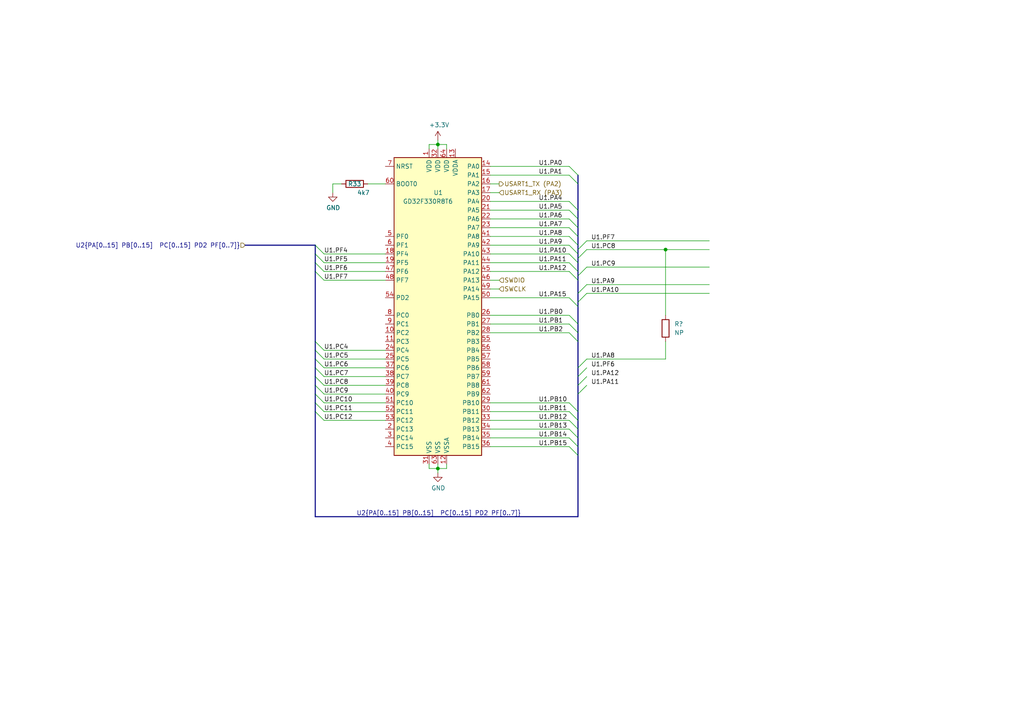
<source format=kicad_sch>
(kicad_sch (version 20231120) (generator "eeschema") (generator_version "8.0")
  (paper "A4")
  (title_block (title "YardForce SA/SC 10Buttons 12LEDs CoverUI") (date "2023-10-20") (rev "0.1") (comment 1 "(c) Apehaenger") (comment 2 "For https://openmower.de") (comment 3 "RM-ECOW-V1.0.0 2018.06.05 with STM32F030R8T6"))
  (lib_symbols
    (symbol "Device:R" (pin_numbers hide) (pin_names (offset 0))
      (property "Reference" "R" (at 2.032 0 90))
      (property "Value" "R" (at 0 0 90))
      (symbol "R_0_1"
        (rectangle (start -1.016 -2.54) (end 1.016 2.54) (stroke (width 0.254)))
      )
      (symbol "R_1_1"
        (pin passive line (at 0 3.81 270) (length 1.27) (name "~") (number "1"))
        (pin passive line (at 0 -3.81 90) (length 1.27) (name "~") (number "2"))
      )
    )
    (symbol "MCU_ST_STM32F0:STM32F030R8Tx"
      (property "Reference" "U" (at -12.7 44.45 0))
      (property "Value" "STM32F030R8Tx" (at 7.62 44.45 0))
      (symbol "STM32F030R8Tx_0_1"
        (rectangle (start -12.7 -43.18) (end 12.7 43.18) (stroke (width 0.254)) (fill (type background)))
      )
      (symbol "STM32F030R8Tx_1_1"
        (pin power_in line (at -2.54 45.72 270) (length 2.54) (name "VDD") (number "1"))
        (pin bidirectional line (at -15.24 -7.62 0) (length 2.54) (name "PC2") (number "10"))
        (pin bidirectional line (at -15.24 -10.16 0) (length 2.54) (name "PC3") (number "11"))
        (pin power_in line (at 2.54 -45.72 90) (length 2.54) (name "VSSA") (number "12"))
        (pin power_in line (at 5.08 45.72 270) (length 2.54) (name "VDDA") (number "13"))
        (pin bidirectional line (at 15.24 40.64 180) (length 2.54) (name "PA0") (number "14"))
        (pin bidirectional line (at 15.24 38.1 180) (length 2.54) (name "PA1") (number "15"))
        (pin bidirectional line (at 15.24 35.56 180) (length 2.54) (name "PA2") (number "16"))
        (pin bidirectional line (at 15.24 33.02 180) (length 2.54) (name "PA3") (number "17"))
        (pin bidirectional line (at -15.24 15.24 0) (length 2.54) (name "PF4") (number "18"))
        (pin bidirectional line (at -15.24 12.7 0) (length 2.54) (name "PF5") (number "19"))
        (pin bidirectional line (at -15.24 -35.56 0) (length 2.54) (name "PC13") (number "2"))
        (pin bidirectional line (at 15.24 30.48 180) (length 2.54) (name "PA4") (number "20"))
        (pin bidirectional line (at 15.24 27.94 180) (length 2.54) (name "PA5") (number "21"))
        (pin bidirectional line (at 15.24 25.4 180) (length 2.54) (name "PA6") (number "22"))
        (pin bidirectional line (at 15.24 22.86 180) (length 2.54) (name "PA7") (number "23"))
        (pin bidirectional line (at -15.24 -12.7 0) (length 2.54) (name "PC4") (number "24"))
        (pin bidirectional line (at -15.24 -15.24 0) (length 2.54) (name "PC5") (number "25"))
        (pin bidirectional line (at 15.24 -2.54 180) (length 2.54) (name "PB0") (number "26"))
        (pin bidirectional line (at 15.24 -5.08 180) (length 2.54) (name "PB1") (number "27"))
        (pin bidirectional line (at 15.24 -7.62 180) (length 2.54) (name "PB2") (number "28"))
        (pin bidirectional line (at 15.24 -27.94 180) (length 2.54) (name "PB10") (number "29"))
        (pin bidirectional line (at -15.24 -38.1 0) (length 2.54) (name "PC14") (number "3"))
        (pin bidirectional line (at 15.24 -30.48 180) (length 2.54) (name "PB11") (number "30"))
        (pin power_in line (at -2.54 -45.72 90) (length 2.54) (name "VSS") (number "31"))
        (pin power_in line (at 0 45.72 270) (length 2.54) (name "VDD") (number "32"))
        (pin bidirectional line (at 15.24 -33.02 180) (length 2.54) (name "PB12") (number "33"))
        (pin bidirectional line (at 15.24 -35.56 180) (length 2.54) (name "PB13") (number "34"))
        (pin bidirectional line (at 15.24 -38.1 180) (length 2.54) (name "PB14") (number "35"))
        (pin bidirectional line (at 15.24 -40.64 180) (length 2.54) (name "PB15") (number "36"))
        (pin bidirectional line (at -15.24 -17.78 0) (length 2.54) (name "PC6") (number "37"))
        (pin bidirectional line (at -15.24 -20.32 0) (length 2.54) (name "PC7") (number "38"))
        (pin bidirectional line (at -15.24 -22.86 0) (length 2.54) (name "PC8") (number "39"))
        (pin bidirectional line (at -15.24 -40.64 0) (length 2.54) (name "PC15") (number "4"))
        (pin bidirectional line (at -15.24 -25.4 0) (length 2.54) (name "PC9") (number "40"))
        (pin bidirectional line (at 15.24 20.32 180) (length 2.54) (name "PA8") (number "41"))
        (pin bidirectional line (at 15.24 17.78 180) (length 2.54) (name "PA9") (number "42"))
        (pin bidirectional line (at 15.24 15.24 180) (length 2.54) (name "PA10") (number "43"))
        (pin bidirectional line (at 15.24 12.7 180) (length 2.54) (name "PA11") (number "44"))
        (pin bidirectional line (at 15.24 10.16 180) (length 2.54) (name "PA12") (number "45"))
        (pin bidirectional line (at 15.24 7.62 180) (length 2.54) (name "PA13") (number "46"))
        (pin bidirectional line (at -15.24 10.16 0) (length 2.54) (name "PF6") (number "47"))
        (pin bidirectional line (at -15.24 7.62 0) (length 2.54) (name "PF7") (number "48"))
        (pin bidirectional line (at 15.24 5.08 180) (length 2.54) (name "PA14") (number "49"))
        (pin input line (at -15.24 20.32 0) (length 2.54) (name "PF0") (number "5"))
        (pin bidirectional line (at 15.24 2.54 180) (length 2.54) (name "PA15") (number "50"))
        (pin bidirectional line (at -15.24 -27.94 0) (length 2.54) (name "PC10") (number "51"))
        (pin bidirectional line (at -15.24 -30.48 0) (length 2.54) (name "PC11") (number "52"))
        (pin bidirectional line (at -15.24 -33.02 0) (length 2.54) (name "PC12") (number "53"))
        (pin bidirectional line (at -15.24 2.54 0) (length 2.54) (name "PD2") (number "54"))
        (pin bidirectional line (at 15.24 -10.16 180) (length 2.54) (name "PB3") (number "55"))
        (pin bidirectional line (at 15.24 -12.7 180) (length 2.54) (name "PB4") (number "56"))
        (pin bidirectional line (at 15.24 -15.24 180) (length 2.54) (name "PB5") (number "57"))
        (pin bidirectional line (at 15.24 -17.78 180) (length 2.54) (name "PB6") (number "58"))
        (pin bidirectional line (at 15.24 -20.32 180) (length 2.54) (name "PB7") (number "59"))
        (pin input line (at -15.24 17.78 0) (length 2.54) (name "PF1") (number "6"))
        (pin input line (at -15.24 35.56 0) (length 2.54) (name "BOOT0") (number "60"))
        (pin bidirectional line (at 15.24 -22.86 180) (length 2.54) (name "PB8") (number "61"))
        (pin bidirectional line (at 15.24 -25.4 180) (length 2.54) (name "PB9") (number "62"))
        (pin power_in line (at 0 -45.72 90) (length 2.54) (name "VSS") (number "63"))
        (pin power_in line (at 2.54 45.72 270) (length 2.54) (name "VDD") (number "64"))
        (pin input line (at -15.24 40.64 0) (length 2.54) (name "NRST") (number "7"))
        (pin bidirectional line (at -15.24 -2.54 0) (length 2.54) (name "PC0") (number "8"))
        (pin bidirectional line (at -15.24 -5.08 0) (length 2.54) (name "PC1") (number "9"))
      )
    )
    (symbol "power:+3.3V" (power) (pin_names (offset 0))
      (property "Value" "+3.3V" (at 0 3.556 0))
      (symbol "+3.3V_0_1"
        (polyline (pts (xy -0.762 1.27) (xy 0 2.54)))
        (polyline (pts (xy 0 0) (xy 0 2.54)))
        (polyline (pts (xy 0 2.54) (xy 0.762 1.27)))
      )
      (symbol "+3.3V_1_1"
        (pin power_in line (at 0 0 90) (length 0) hide (name "+3.3V") (number "1"))
      )
    )
    (symbol "power:GND" (power) (pin_names (offset 0))
      (property "Value" "GND" (at 0 -3.81 0))
      (symbol "GND_0_1"
        (polyline (pts (xy 0 0) (xy 0 -1.27) (xy 1.27 -1.27) (xy 0 -2.54) (xy -1.27 -1.27) (xy 0 -1.27)))
      )
      (symbol "GND_1_1"
        (pin power_in line (at 0 0 270) (length 0) hide (name "GND") (number "1"))
      )
    )
  )
  (junction (at 127 135.89))
  (junction (at 127 41.91))
  (junction (at 193.04 72.39))
  (bus_entry (at 167.64 119.38) (size -2.54 -2.54))
  (bus_entry (at 167.64 74.93) (size 2.54 -2.54))
  (bus_entry (at 167.64 99.06) (size -2.54 -2.54))
  (bus_entry (at 91.44 109.22) (size 2.54 2.54))
  (bus_entry (at 167.64 63.5) (size -2.54 -2.54))
  (bus_entry (at 91.44 73.66) (size 2.54 2.54))
  (bus_entry (at 91.44 114.3) (size 2.54 2.54))
  (bus_entry (at 91.44 76.2) (size 2.54 2.54))
  (bus_entry (at 167.64 132.08) (size -2.54 -2.54))
  (bus_entry (at 167.64 53.34) (size -2.54 -2.54))
  (bus_entry (at 167.64 121.92) (size -2.54 -2.54))
  (bus_entry (at 91.44 119.38) (size 2.54 2.54))
  (bus_entry (at 91.44 111.76) (size 2.54 2.54))
  (bus_entry (at 167.64 111.76) (size 2.54 -2.54))
  (bus_entry (at 167.64 68.58) (size -2.54 -2.54))
  (bus_entry (at 167.64 87.63) (size 2.54 -2.54))
  (bus_entry (at 167.64 60.96) (size -2.54 -2.54))
  (bus_entry (at 167.64 114.3) (size 2.54 -2.54))
  (bus_entry (at 167.64 124.46) (size -2.54 -2.54))
  (bus_entry (at 167.64 50.8) (size -2.54 -2.54))
  (bus_entry (at 167.64 66.04) (size -2.54 -2.54))
  (bus_entry (at 167.64 72.39) (size 2.54 -2.54))
  (bus_entry (at 167.64 71.12) (size -2.54 -2.54))
  (bus_entry (at 91.44 101.6) (size 2.54 2.54))
  (bus_entry (at 167.64 109.22) (size 2.54 -2.54))
  (bus_entry (at 167.64 73.66) (size -2.54 -2.54))
  (bus_entry (at 91.44 71.12) (size 2.54 2.54))
  (bus_entry (at 91.44 104.14) (size 2.54 2.54))
  (bus_entry (at 165.1 78.74) (size 2.54 2.54))
  (bus_entry (at 165.1 86.36) (size 2.54 2.54))
  (bus_entry (at 167.64 85.09) (size 2.54 -2.54))
  (bus_entry (at 167.64 127) (size -2.54 -2.54))
  (bus_entry (at 91.44 106.68) (size 2.54 2.54))
  (bus_entry (at 167.64 93.98) (size -2.54 -2.54))
  (bus_entry (at 91.44 116.84) (size 2.54 2.54))
  (bus_entry (at 167.64 96.52) (size -2.54 -2.54))
  (bus_entry (at 91.44 99.06) (size 2.54 2.54))
  (bus_entry (at 167.64 78.74) (size -2.54 -2.54))
  (bus_entry (at 167.64 76.2) (size -2.54 -2.54))
  (bus_entry (at 167.64 129.54) (size -2.54 -2.54))
  (bus_entry (at 167.64 106.68) (size 2.54 -2.54))
  (bus_entry (at 91.44 78.74) (size 2.54 2.54))
  (bus_entry (at 167.64 80.01) (size 2.54 -2.54))
  (wire (pts (xy 142.24 81.28) (xy 144.78 81.28)))
  (bus (pts (xy 167.64 93.98) (xy 167.64 96.52)))
  (wire (pts (xy 93.98 111.76) (xy 111.76 111.76)))
  (wire (pts (xy 93.98 78.74) (xy 111.76 78.74)))
  (wire (pts (xy 142.24 121.92) (xy 165.1 121.92)))
  (wire (pts (xy 93.98 109.22) (xy 111.76 109.22)))
  (bus (pts (xy 167.64 74.93) (xy 167.64 76.2)))
  (bus (pts (xy 167.64 121.92) (xy 167.64 124.46)))
  (bus (pts (xy 167.64 50.8) (xy 167.64 53.34)))
  (wire (pts (xy 129.54 41.91) (xy 127 41.91)))
  (bus (pts (xy 167.64 124.46) (xy 167.64 127)))
  (bus (pts (xy 91.44 119.38) (xy 91.44 149.86)))
  (wire (pts (xy 142.24 60.96) (xy 165.1 60.96)))
  (bus (pts (xy 91.44 116.84) (xy 91.44 119.38)))
  (wire (pts (xy 129.54 134.62) (xy 129.54 135.89)))
  (wire (pts (xy 142.24 50.8) (xy 165.1 50.8)))
  (wire (pts (xy 142.24 78.74) (xy 165.1 78.74)))
  (bus (pts (xy 167.64 80.01) (xy 167.64 81.28)))
  (wire (pts (xy 170.18 77.47) (xy 205.74 77.47)))
  (wire (pts (xy 142.24 93.98) (xy 165.1 93.98)))
  (wire (pts (xy 93.98 104.14) (xy 111.76 104.14)))
  (bus (pts (xy 167.64 149.86) (xy 91.44 149.86)))
  (bus (pts (xy 167.64 76.2) (xy 167.64 78.74)))
  (bus (pts (xy 167.64 88.9) (xy 167.64 93.98)))
  (wire (pts (xy 96.52 55.88) (xy 96.52 53.34)))
  (bus (pts (xy 71.12 71.12) (xy 91.44 71.12)))
  (bus (pts (xy 167.64 66.04) (xy 167.64 68.58)))
  (bus (pts (xy 91.44 104.14) (xy 91.44 106.68)))
  (wire (pts (xy 124.46 41.91) (xy 127 41.91)))
  (wire (pts (xy 142.24 66.04) (xy 165.1 66.04)))
  (bus (pts (xy 167.64 109.22) (xy 167.64 111.76)))
  (wire (pts (xy 93.98 121.92) (xy 111.76 121.92)))
  (bus (pts (xy 91.44 114.3) (xy 91.44 116.84)))
  (wire (pts (xy 142.24 119.38) (xy 165.1 119.38)))
  (wire (pts (xy 142.24 76.2) (xy 165.1 76.2)))
  (wire (pts (xy 170.18 85.09) (xy 205.74 85.09)))
  (wire (pts (xy 93.98 101.6) (xy 111.76 101.6)))
  (wire (pts (xy 127 135.89) (xy 127 137.16)))
  (bus (pts (xy 167.64 129.54) (xy 167.64 132.08)))
  (bus (pts (xy 167.64 60.96) (xy 167.64 63.5)))
  (bus (pts (xy 167.64 114.3) (xy 167.64 119.38)))
  (wire (pts (xy 142.24 63.5) (xy 165.1 63.5)))
  (wire (pts (xy 129.54 43.18) (xy 129.54 41.91)))
  (wire (pts (xy 193.04 99.06) (xy 193.04 104.14)))
  (wire (pts (xy 127 41.91) (xy 127 40.64)))
  (wire (pts (xy 142.24 83.82) (xy 144.78 83.82)))
  (wire (pts (xy 170.18 69.85) (xy 205.74 69.85)))
  (wire (pts (xy 124.46 135.89) (xy 127 135.89)))
  (bus (pts (xy 167.64 73.66) (xy 167.64 74.93)))
  (wire (pts (xy 142.24 53.34) (xy 144.78 53.34)))
  (wire (pts (xy 93.98 116.84) (xy 111.76 116.84)))
  (bus (pts (xy 91.44 111.76) (xy 91.44 114.3)))
  (bus (pts (xy 167.64 68.58) (xy 167.64 71.12)))
  (bus (pts (xy 167.64 111.76) (xy 167.64 114.3)))
  (wire (pts (xy 193.04 72.39) (xy 205.74 72.39)))
  (wire (pts (xy 93.98 114.3) (xy 111.76 114.3)))
  (bus (pts (xy 167.64 63.5) (xy 167.64 66.04)))
  (bus (pts (xy 91.44 99.06) (xy 91.44 101.6)))
  (bus (pts (xy 91.44 109.22) (xy 91.44 111.76)))
  (bus (pts (xy 91.44 73.66) (xy 91.44 76.2)))
  (wire (pts (xy 142.24 127) (xy 165.1 127)))
  (wire (pts (xy 142.24 116.84) (xy 165.1 116.84)))
  (bus (pts (xy 91.44 101.6) (xy 91.44 104.14)))
  (bus (pts (xy 167.64 96.52) (xy 167.64 99.06)))
  (wire (pts (xy 129.54 135.89) (xy 127 135.89)))
  (bus (pts (xy 167.64 78.74) (xy 167.64 80.01)))
  (wire (pts (xy 93.98 106.68) (xy 111.76 106.68)))
  (wire (pts (xy 142.24 58.42) (xy 165.1 58.42)))
  (bus (pts (xy 167.64 132.08) (xy 167.64 149.86)))
  (wire (pts (xy 170.18 104.14) (xy 193.04 104.14)))
  (wire (pts (xy 142.24 48.26) (xy 165.1 48.26)))
  (wire (pts (xy 170.18 82.55) (xy 205.74 82.55)))
  (wire (pts (xy 142.24 86.36) (xy 165.1 86.36)))
  (wire (pts (xy 142.24 73.66) (xy 165.1 73.66)))
  (wire (pts (xy 142.24 96.52) (xy 165.1 96.52)))
  (wire (pts (xy 127 134.62) (xy 127 135.89)))
  (wire (pts (xy 193.04 72.39) (xy 193.04 91.44)))
  (wire (pts (xy 142.24 124.46) (xy 165.1 124.46)))
  (wire (pts (xy 106.68 53.34) (xy 111.76 53.34)))
  (bus (pts (xy 167.64 106.68) (xy 167.64 109.22)))
  (wire (pts (xy 96.52 53.34) (xy 99.06 53.34)))
  (wire (pts (xy 93.98 119.38) (xy 111.76 119.38)))
  (bus (pts (xy 91.44 76.2) (xy 91.44 78.74)))
  (bus (pts (xy 167.64 53.34) (xy 167.64 60.96)))
  (bus (pts (xy 167.64 99.06) (xy 167.64 106.68)))
  (wire (pts (xy 93.98 81.28) (xy 111.76 81.28)))
  (wire (pts (xy 124.46 43.18) (xy 124.46 41.91)))
  (wire (pts (xy 142.24 55.88) (xy 144.78 55.88)))
  (bus (pts (xy 167.64 71.12) (xy 167.64 72.39)))
  (bus (pts (xy 167.64 85.09) (xy 167.64 87.63)))
  (bus (pts (xy 167.64 127) (xy 167.64 129.54)))
  (wire (pts (xy 170.18 72.39) (xy 193.04 72.39)))
  (wire (pts (xy 142.24 68.58) (xy 165.1 68.58)))
  (bus (pts (xy 167.64 119.38) (xy 167.64 121.92)))
  (bus (pts (xy 167.64 81.28) (xy 167.64 85.09)))
  (bus (pts (xy 167.64 87.63) (xy 167.64 88.9)))
  (bus (pts (xy 91.44 106.68) (xy 91.44 109.22)))
  (wire (pts (xy 127 41.91) (xy 127 43.18)))
  (wire (pts (xy 93.98 76.2) (xy 111.76 76.2)))
  (wire (pts (xy 142.24 71.12) (xy 165.1 71.12)))
  (wire (pts (xy 142.24 91.44) (xy 165.1 91.44)))
  (bus (pts (xy 167.64 72.39) (xy 167.64 73.66)))
  (wire (pts (xy 142.24 129.54) (xy 165.1 129.54)))
  (bus (pts (xy 91.44 71.12) (xy 91.44 73.66)))
  (wire (pts (xy 124.46 134.62) (xy 124.46 135.89)))
  (bus (pts (xy 91.44 78.74) (xy 91.44 99.06)))
  (wire (pts (xy 93.98 73.66) (xy 111.76 73.66)))
  (label "U1.PA8" (at 171.45 104.14 0))
  (label "U1.PB0" (at 156.21 91.44 0))
  (label "U1.PA12" (at 171.45 109.22 0))
  (label "U1.PA5" (at 156.21 60.96 0))
  (label "U1.PA7" (at 156.21 66.04 0))
  (label "U1.PC9" (at 93.98 114.3 0))
  (label "U1.PA10" (at 171.45 85.09 0))
  (label "U1.PC7" (at 93.98 109.22 0))
  (label "U1.PA0" (at 156.21 48.26 0))
  (label "U1.PC10" (at 93.98 116.84 0))
  (label "U1.PC8" (at 171.45 72.39 0))
  (label "U2{PA[0..15] PB[0..15]  PC[0..15] PD2 PF[0..7]}" (at 151.13 149.86 180))
  (label "U1.PB15" (at 156.21 129.54 0))
  (label "U1.PA9" (at 156.21 71.12 0))
  (label "U1.PB11" (at 156.21 119.38 0))
  (label "U1.PA6" (at 156.21 63.5 0))
  (label "U1.PF4" (at 93.98 73.66 0))
  (label "U1.PC4" (at 93.98 101.6 0))
  (label "U1.PA9" (at 171.45 82.55 0))
  (label "U1.PA15" (at 156.21 86.36 0))
  (label "U1.PB1" (at 156.21 93.98 0))
  (label "U1.PC11" (at 93.98 119.38 0))
  (label "U1.PF7" (at 93.98 81.28 0))
  (label "U1.PA4" (at 156.21 58.42 0))
  (label "U1.PF5" (at 93.98 76.2 0))
  (label "U1.PF7" (at 171.45 69.85 0))
  (label "U1.PC6" (at 93.98 106.68 0))
  (label "U1.PA8" (at 156.21 68.58 0))
  (label "U1.PA11" (at 156.21 76.2 0))
  (label "U1.PF6" (at 93.98 78.74 0))
  (label "U1.PA11" (at 171.45 111.76 0))
  (label "U1.PC5" (at 93.98 104.14 0))
  (label "U1.PF6" (at 171.45 106.68 0))
  (label "U1.PB14" (at 156.21 127 0))
  (label "U1.PB12" (at 156.21 121.92 0))
  (label "U1.PA12" (at 156.21 78.74 0))
  (label "U1.PA1" (at 156.21 50.8 0))
  (label "U1.PA10" (at 156.21 73.66 0))
  (label "U1.PB2" (at 156.21 96.52 0))
  (label "U1.PB13" (at 156.21 124.46 0))
  (label "U1.PC9" (at 171.45 77.47 0))
  (label "U1.PC8" (at 93.98 111.76 0))
  (label "U1.PC12" (at 93.98 121.92 0))
  (label "U1.PB10" (at 156.21 116.84 0))
  (hierarchical_label "SWCLK" (shape input) (at 144.78 83.82 0))
  (hierarchical_label "USART1_TX (PA2)" (shape output) (at 144.78 53.34 0))
  (hierarchical_label "U2{PA[0..15] PB[0..15]  PC[0..15] PD2 PF[0..7]}" (shape input) (at 71.12 71.12 180))
  (hierarchical_label "SWDIO" (shape input) (at 144.78 81.28 0))
  (hierarchical_label "USART1_RX (PA3)" (shape input) (at 144.78 55.88 0))
  (symbol (lib_id "Device:R") (at 193.04 95.25 0) (unit 1)
    (property "Reference" "R?" (at 195.58 93.9799 0) (effects (justify left)))
    (property "Value" "NP" (at 195.58 96.5199 0) (effects (justify left)))
  )
  (symbol (lib_id "power:+3.3V") (at 127 40.64 0) (unit 1)
    (property "Reference" "#PWR?" (effects (hide yes)))
    (property "Value" "+3.3V" (at 127.381 36.2458 0))
  )
  (symbol (lib_id "power:GND") (at 127 137.16 0) (unit 1)
    (property "Reference" "#PWR?" (effects (hide yes)))
    (property "Value" "GND" (at 127.127 141.5542 0))
  )
  (symbol (lib_id "MCU_ST_STM32F0:STM32F030R8Tx") (at 127 88.9 0) (unit 1)
    (property "Reference" "U1" (at 125.73 55.88 0) (effects (justify left)))
    (property "Value" "GD32F330R8T6" (at 116.84 58.42 0) (effects (justify left)))
    (property "Footprint" "Package_QFP:LQFP-64_10x10mm_P0.5mm" (effects (hide yes)))
  )
  (symbol (lib_id "Device:R") (at 102.87 53.34 90) (unit 1)
    (property "Reference" "R33" (at 102.87 53.34 90))
    (property "Value" "4k7" (at 105.41 55.88 90))
  )
  (symbol (lib_id "power:GND") (at 96.52 55.88 0) (unit 1)
    (property "Reference" "#PWR?" (effects (hide yes)))
    (property "Value" "GND" (at 96.647 60.2742 0))
  )
)
</source>
